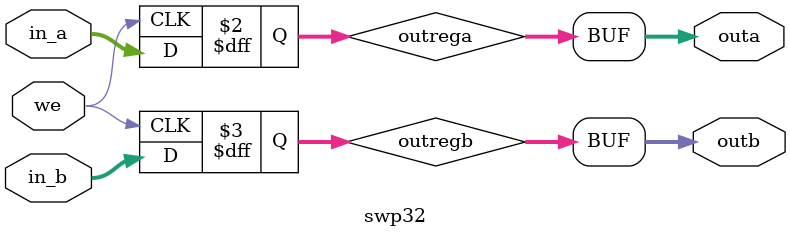
<source format=v>

`timescale 1ns/100ps

module swp32 (in_a, in_b, we, outa, outb);


  input  [31:0] in_a;
  input  [31:0] in_b;
  input         we;
  output [31:0] outa,outb;

  reg   [31:0] outrega, outregb;
  
  always @ (posedge we)
  begin
      outrega <= in_a;
      outregb <= in_b;
  end

 

  assign outa = outrega;
  assign outb = outregb;

endmodule
</source>
